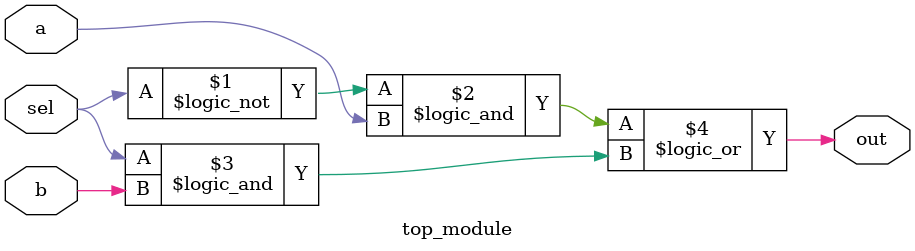
<source format=v>
module top_module( 
    input a, b, sel,
    output out ); 
    
    assign out = !sel && a || sel && b;

endmodule
</source>
